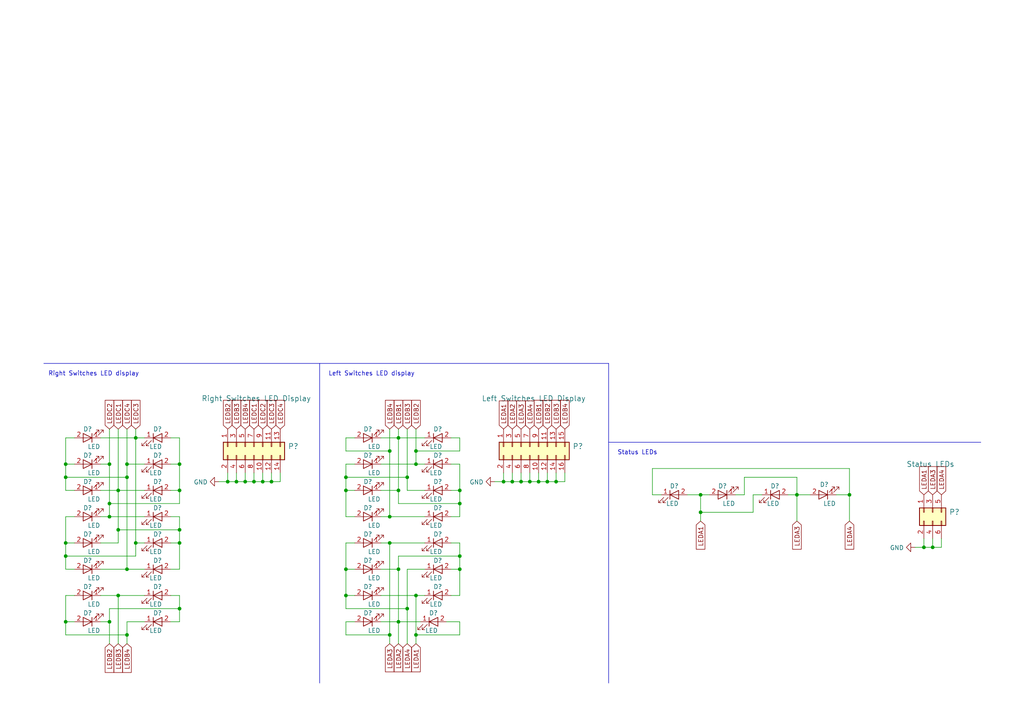
<source format=kicad_sch>
(kicad_sch (version 20230121) (generator eeschema)
  (paper "A4")
  (lib_symbols
    (symbol "conn:Conn_02x03_Odd_Even" (pin_names (offset 1.016) hide)
      (property "Reference" "J" (at 1.27 5.08 0))
      (property "Value" "conn_Conn_02x03_Odd_Even" (at 1.27 -5.08 0))
      (symbol "Conn_02x03_Odd_Even_1_1"
        (rectangle (start -1.27 -2.413) (end 0 -2.667) (stroke (width 0.1524)))
        (rectangle (start -1.27 0.127) (end 0 -0.127) (stroke (width 0.1524)))
        (rectangle (start -1.27 2.667) (end 0 2.413) (stroke (width 0.1524)))
        (rectangle (start -1.27 3.81) (end 3.81 -3.81) (stroke (width 0.254)) (fill (type background)))
        (rectangle (start 3.81 -2.413) (end 2.54 -2.667) (stroke (width 0.1524)))
        (rectangle (start 3.81 0.127) (end 2.54 -0.127) (stroke (width 0.1524)))
        (rectangle (start 3.81 2.667) (end 2.54 2.413) (stroke (width 0.1524)))
        (pin passive line (at -5.08 2.54 0) (length 3.81) (name "Pin_1") (number "1"))
        (pin passive line (at 7.62 2.54 180) (length 3.81) (name "Pin_2") (number "2"))
        (pin passive line (at -5.08 0 0) (length 3.81) (name "Pin_3") (number "3"))
        (pin passive line (at 7.62 0 180) (length 3.81) (name "Pin_4") (number "4"))
        (pin passive line (at -5.08 -2.54 0) (length 3.81) (name "Pin_5") (number "5"))
        (pin passive line (at 7.62 -2.54 180) (length 3.81) (name "Pin_6") (number "6"))
      )
    )
    (symbol "conn:Conn_02x07_Odd_Even" (pin_names (offset 1.016) hide)
      (property "Reference" "J" (at 1.27 10.16 0))
      (property "Value" "conn_Conn_02x07_Odd_Even" (at 1.27 -10.16 0))
      (symbol "Conn_02x07_Odd_Even_1_1"
        (rectangle (start -1.27 -7.493) (end 0 -7.747) (stroke (width 0.1524)))
        (rectangle (start -1.27 -4.953) (end 0 -5.207) (stroke (width 0.1524)))
        (rectangle (start -1.27 -2.413) (end 0 -2.667) (stroke (width 0.1524)))
        (rectangle (start -1.27 0.127) (end 0 -0.127) (stroke (width 0.1524)))
        (rectangle (start -1.27 2.667) (end 0 2.413) (stroke (width 0.1524)))
        (rectangle (start -1.27 5.207) (end 0 4.953) (stroke (width 0.1524)))
        (rectangle (start -1.27 7.747) (end 0 7.493) (stroke (width 0.1524)))
        (rectangle (start -1.27 8.89) (end 3.81 -8.89) (stroke (width 0.254)) (fill (type background)))
        (rectangle (start 3.81 -7.493) (end 2.54 -7.747) (stroke (width 0.1524)))
        (rectangle (start 3.81 -4.953) (end 2.54 -5.207) (stroke (width 0.1524)))
        (rectangle (start 3.81 -2.413) (end 2.54 -2.667) (stroke (width 0.1524)))
        (rectangle (start 3.81 0.127) (end 2.54 -0.127) (stroke (width 0.1524)))
        (rectangle (start 3.81 2.667) (end 2.54 2.413) (stroke (width 0.1524)))
        (rectangle (start 3.81 5.207) (end 2.54 4.953) (stroke (width 0.1524)))
        (rectangle (start 3.81 7.747) (end 2.54 7.493) (stroke (width 0.1524)))
        (pin passive line (at -5.08 7.62 0) (length 3.81) (name "Pin_1") (number "1"))
        (pin passive line (at 7.62 -2.54 180) (length 3.81) (name "Pin_10") (number "10"))
        (pin passive line (at -5.08 -5.08 0) (length 3.81) (name "Pin_11") (number "11"))
        (pin passive line (at 7.62 -5.08 180) (length 3.81) (name "Pin_12") (number "12"))
        (pin passive line (at -5.08 -7.62 0) (length 3.81) (name "Pin_13") (number "13"))
        (pin passive line (at 7.62 -7.62 180) (length 3.81) (name "Pin_14") (number "14"))
        (pin passive line (at 7.62 7.62 180) (length 3.81) (name "Pin_2") (number "2"))
        (pin passive line (at -5.08 5.08 0) (length 3.81) (name "Pin_3") (number "3"))
        (pin passive line (at 7.62 5.08 180) (length 3.81) (name "Pin_4") (number "4"))
        (pin passive line (at -5.08 2.54 0) (length 3.81) (name "Pin_5") (number "5"))
        (pin passive line (at 7.62 2.54 180) (length 3.81) (name "Pin_6") (number "6"))
        (pin passive line (at -5.08 0 0) (length 3.81) (name "Pin_7") (number "7"))
        (pin passive line (at 7.62 0 180) (length 3.81) (name "Pin_8") (number "8"))
        (pin passive line (at -5.08 -2.54 0) (length 3.81) (name "Pin_9") (number "9"))
      )
    )
    (symbol "conn:Conn_02x08_Odd_Even" (pin_names (offset 1.016) hide)
      (property "Reference" "J" (at 1.27 10.16 0))
      (property "Value" "conn_Conn_02x08_Odd_Even" (at 1.27 -12.7 0))
      (symbol "Conn_02x08_Odd_Even_1_1"
        (rectangle (start -1.27 -10.033) (end 0 -10.287) (stroke (width 0.1524)))
        (rectangle (start -1.27 -7.493) (end 0 -7.747) (stroke (width 0.1524)))
        (rectangle (start -1.27 -4.953) (end 0 -5.207) (stroke (width 0.1524)))
        (rectangle (start -1.27 -2.413) (end 0 -2.667) (stroke (width 0.1524)))
        (rectangle (start -1.27 0.127) (end 0 -0.127) (stroke (width 0.1524)))
        (rectangle (start -1.27 2.667) (end 0 2.413) (stroke (width 0.1524)))
        (rectangle (start -1.27 5.207) (end 0 4.953) (stroke (width 0.1524)))
        (rectangle (start -1.27 7.747) (end 0 7.493) (stroke (width 0.1524)))
        (rectangle (start -1.27 8.89) (end 3.81 -11.43) (stroke (width 0.254)) (fill (type background)))
        (rectangle (start 3.81 -10.033) (end 2.54 -10.287) (stroke (width 0.1524)))
        (rectangle (start 3.81 -7.493) (end 2.54 -7.747) (stroke (width 0.1524)))
        (rectangle (start 3.81 -4.953) (end 2.54 -5.207) (stroke (width 0.1524)))
        (rectangle (start 3.81 -2.413) (end 2.54 -2.667) (stroke (width 0.1524)))
        (rectangle (start 3.81 0.127) (end 2.54 -0.127) (stroke (width 0.1524)))
        (rectangle (start 3.81 2.667) (end 2.54 2.413) (stroke (width 0.1524)))
        (rectangle (start 3.81 5.207) (end 2.54 4.953) (stroke (width 0.1524)))
        (rectangle (start 3.81 7.747) (end 2.54 7.493) (stroke (width 0.1524)))
        (pin passive line (at -5.08 7.62 0) (length 3.81) (name "Pin_1") (number "1"))
        (pin passive line (at 7.62 -2.54 180) (length 3.81) (name "Pin_10") (number "10"))
        (pin passive line (at -5.08 -5.08 0) (length 3.81) (name "Pin_11") (number "11"))
        (pin passive line (at 7.62 -5.08 180) (length 3.81) (name "Pin_12") (number "12"))
        (pin passive line (at -5.08 -7.62 0) (length 3.81) (name "Pin_13") (number "13"))
        (pin passive line (at 7.62 -7.62 180) (length 3.81) (name "Pin_14") (number "14"))
        (pin passive line (at -5.08 -10.16 0) (length 3.81) (name "Pin_15") (number "15"))
        (pin passive line (at 7.62 -10.16 180) (length 3.81) (name "Pin_16") (number "16"))
        (pin passive line (at 7.62 7.62 180) (length 3.81) (name "Pin_2") (number "2"))
        (pin passive line (at -5.08 5.08 0) (length 3.81) (name "Pin_3") (number "3"))
        (pin passive line (at 7.62 5.08 180) (length 3.81) (name "Pin_4") (number "4"))
        (pin passive line (at -5.08 2.54 0) (length 3.81) (name "Pin_5") (number "5"))
        (pin passive line (at 7.62 2.54 180) (length 3.81) (name "Pin_6") (number "6"))
        (pin passive line (at -5.08 0 0) (length 3.81) (name "Pin_7") (number "7"))
        (pin passive line (at 7.62 0 180) (length 3.81) (name "Pin_8") (number "8"))
        (pin passive line (at -5.08 -2.54 0) (length 3.81) (name "Pin_9") (number "9"))
      )
    )
    (symbol "device:LED" (pin_names (offset 1.016) hide)
      (property "Reference" "D" (at 0 2.54 0))
      (property "Value" "device_LED" (at 0 -2.54 0))
      (symbol "LED_0_1"
        (polyline (pts (xy -1.27 -1.27) (xy -1.27 1.27)) (stroke (width 0.2032)))
        (polyline (pts (xy -1.27 0) (xy 1.27 0)))
        (polyline (pts (xy 1.27 -1.27) (xy 1.27 1.27) (xy -1.27 0) (xy 1.27 -1.27)) (stroke (width 0.2032)))
        (polyline (pts (xy -3.048 -0.762) (xy -4.572 -2.286) (xy -3.81 -2.286) (xy -4.572 -2.286) (xy -4.572 -1.524)))
        (polyline (pts (xy -1.778 -0.762) (xy -3.302 -2.286) (xy -2.54 -2.286) (xy -3.302 -2.286) (xy -3.302 -1.524)))
      )
      (symbol "LED_1_1"
        (pin passive line (at -3.81 0 0) (length 2.54) (name "K") (number "1"))
        (pin passive line (at 3.81 0 180) (length 2.54) (name "A") (number "2"))
      )
    )
    (symbol "power:GND" (power) (pin_names (offset 0))
      (property "Value" "power_GND" (at 0 -3.81 0))
      (symbol "GND_0_1"
        (polyline (pts (xy 0 0) (xy 0 -1.27) (xy 1.27 -1.27) (xy 0 -2.54) (xy -1.27 -1.27) (xy 0 -1.27)))
      )
      (symbol "GND_1_1"
        (pin power_in line (at 0 0 270) (length 0) hide (name "GND") (number "1"))
      )
    )
  )
  (junction (at 100.33 165.1))
  (junction (at 19.05 161.29))
  (junction (at 133.35 146.05))
  (junction (at 120.65 184.15))
  (junction (at 231.14 143.51))
  (junction (at 267.97 158.75))
  (junction (at 52.07 153.67))
  (junction (at 76.2 139.7))
  (junction (at 36.83 165.1))
  (junction (at 19.05 138.43))
  (junction (at 115.57 142.24))
  (junction (at 120.65 134.62))
  (junction (at 203.2 143.51))
  (junction (at 120.65 130.81))
  (junction (at 52.07 142.24))
  (junction (at 120.65 172.72))
  (junction (at 100.33 138.43))
  (junction (at 153.67 139.7))
  (junction (at 148.59 139.7))
  (junction (at 115.57 180.34))
  (junction (at 158.75 139.7))
  (junction (at 161.29 139.7))
  (junction (at 31.75 134.62))
  (junction (at 100.33 142.24))
  (junction (at 19.05 134.62))
  (junction (at 113.03 130.81))
  (junction (at 246.38 143.51))
  (junction (at 115.57 127))
  (junction (at 68.58 139.7))
  (junction (at 39.37 127))
  (junction (at 31.75 149.86))
  (junction (at 146.05 139.7))
  (junction (at 133.35 165.1))
  (junction (at 52.07 134.62))
  (junction (at 34.29 153.67))
  (junction (at 31.75 180.34))
  (junction (at 73.66 139.7))
  (junction (at 113.03 157.48))
  (junction (at 19.05 180.34))
  (junction (at 118.11 176.53))
  (junction (at 133.35 142.24))
  (junction (at 19.05 157.48))
  (junction (at 115.57 165.1))
  (junction (at 203.2 148.59))
  (junction (at 113.03 149.86))
  (junction (at 34.29 172.72))
  (junction (at 118.11 138.43))
  (junction (at 36.83 138.43))
  (junction (at 151.13 139.7))
  (junction (at 156.21 139.7))
  (junction (at 100.33 172.72))
  (junction (at 78.74 139.7))
  (junction (at 36.83 134.62))
  (junction (at 52.07 157.48))
  (junction (at 36.83 184.15))
  (junction (at 270.51 158.75))
  (junction (at 34.29 142.24))
  (junction (at 133.35 161.29))
  (junction (at 39.37 157.48))
  (junction (at 31.75 146.05))
  (junction (at 52.07 176.53))
  (junction (at 113.03 184.15))
  (junction (at 71.12 139.7))
  (junction (at 66.04 139.7))
  (wire (pts (xy 148.59 139.7) (xy 146.05 139.7)))
  (wire (pts (xy 100.33 134.62) (xy 100.33 138.43)))
  (wire (pts (xy 161.29 139.7) (xy 163.83 139.7)))
  (wire (pts (xy 49.53 149.86) (xy 52.07 149.86)))
  (wire (pts (xy 189.23 135.89) (xy 189.23 143.51)))
  (wire (pts (xy 31.75 134.62) (xy 29.21 134.62)))
  (wire (pts (xy 31.75 146.05) (xy 52.07 146.05)))
  (wire (pts (xy 34.29 142.24) (xy 41.91 142.24)))
  (wire (pts (xy 52.07 134.62) (xy 49.53 134.62)))
  (wire (pts (xy 31.75 176.53) (xy 31.75 180.34)))
  (wire (pts (xy 113.03 149.86) (xy 110.49 149.86)))
  (wire (pts (xy 163.83 139.7) (xy 163.83 137.16)))
  (wire (pts (xy 158.75 139.7) (xy 156.21 139.7)))
  (wire (pts (xy 203.2 143.51) (xy 205.74 143.51)))
  (wire (pts (xy 130.81 134.62) (xy 133.35 134.62)))
  (wire (pts (xy 52.07 172.72) (xy 52.07 176.53)))
  (wire (pts (xy 113.03 157.48) (xy 110.49 157.48)))
  (wire (pts (xy 218.44 143.51) (xy 218.44 148.59)))
  (wire (pts (xy 81.28 137.16) (xy 81.28 139.7)))
  (wire (pts (xy 273.05 158.75) (xy 270.51 158.75)))
  (wire (pts (xy 133.35 127) (xy 130.81 127)))
  (wire (pts (xy 270.51 158.75) (xy 270.51 156.21)))
  (wire (pts (xy 76.2 139.7) (xy 76.2 137.16)))
  (wire (pts (xy 36.83 165.1) (xy 41.91 165.1)))
  (wire (pts (xy 273.05 158.75) (xy 273.05 156.21)))
  (wire (pts (xy 113.03 184.15) (xy 100.33 184.15)))
  (wire (pts (xy 19.05 134.62) (xy 21.59 134.62)))
  (wire (pts (xy 100.33 176.53) (xy 100.33 172.72)))
  (wire (pts (xy 19.05 149.86) (xy 19.05 157.48)))
  (wire (pts (xy 36.83 124.46) (xy 36.83 134.62)))
  (wire (pts (xy 246.38 151.13) (xy 246.38 143.51)))
  (wire (pts (xy 110.49 180.34) (xy 115.57 180.34)))
  (wire (pts (xy 153.67 139.7) (xy 151.13 139.7)))
  (wire (pts (xy 19.05 127) (xy 19.05 134.62)))
  (wire (pts (xy 115.57 127) (xy 115.57 124.46)))
  (wire (pts (xy 267.97 158.75) (xy 265.43 158.75)))
  (wire (pts (xy 49.53 127) (xy 52.07 127)))
  (wire (pts (xy 39.37 157.48) (xy 41.91 157.48)))
  (wire (pts (xy 115.57 186.69) (xy 115.57 180.34)))
  (wire (pts (xy 71.12 139.7) (xy 68.58 139.7)))
  (wire (pts (xy 156.21 139.7) (xy 153.67 139.7)))
  (wire (pts (xy 19.05 157.48) (xy 21.59 157.48)))
  (wire (pts (xy 34.29 172.72) (xy 29.21 172.72)))
  (wire (pts (xy 31.75 149.86) (xy 31.75 146.05)))
  (wire (pts (xy 52.07 149.86) (xy 52.07 153.67)))
  (wire (pts (xy 31.75 149.86) (xy 41.91 149.86)))
  (wire (pts (xy 66.04 139.7) (xy 66.04 137.16)))
  (wire (pts (xy 31.75 146.05) (xy 31.75 134.62)))
  (wire (pts (xy 21.59 172.72) (xy 19.05 172.72)))
  (wire (pts (xy 110.49 134.62) (xy 120.65 134.62)))
  (wire (pts (xy 52.07 127) (xy 52.07 134.62)))
  (wire (pts (xy 31.75 124.46) (xy 31.75 134.62)))
  (wire (pts (xy 199.39 143.51) (xy 203.2 143.51)))
  (wire (pts (xy 120.65 130.81) (xy 133.35 130.81)))
  (wire (pts (xy 34.29 153.67) (xy 34.29 142.24)))
  (wire (pts (xy 39.37 157.48) (xy 39.37 127)))
  (wire (pts (xy 52.07 165.1) (xy 49.53 165.1)))
  (wire (pts (xy 220.98 143.51) (xy 218.44 143.51)))
  (wire (pts (xy 110.49 142.24) (xy 115.57 142.24)))
  (wire (pts (xy 100.33 165.1) (xy 102.87 165.1)))
  (wire (pts (xy 118.11 165.1) (xy 123.19 165.1)))
  (wire (pts (xy 34.29 153.67) (xy 34.29 157.48)))
  (wire (pts (xy 68.58 139.7) (xy 68.58 137.16)))
  (wire (pts (xy 133.35 130.81) (xy 133.35 127)))
  (wire (pts (xy 113.03 149.86) (xy 123.19 149.86)))
  (wire (pts (xy 39.37 124.46) (xy 39.37 127)))
  (wire (pts (xy 34.29 172.72) (xy 34.29 186.69)))
  (wire (pts (xy 71.12 139.7) (xy 71.12 137.16)))
  (wire (pts (xy 52.07 153.67) (xy 52.07 157.48)))
  (wire (pts (xy 36.83 138.43) (xy 36.83 134.62)))
  (wire (pts (xy 100.33 165.1) (xy 100.33 172.72)))
  (wire (pts (xy 52.07 180.34) (xy 49.53 180.34)))
  (wire (pts (xy 213.36 143.51) (xy 215.9 143.51)))
  (wire (pts (xy 120.65 134.62) (xy 123.19 134.62)))
  (wire (pts (xy 133.35 184.15) (xy 120.65 184.15)))
  (wire (pts (xy 231.14 138.43) (xy 231.14 143.51)))
  (wire (pts (xy 31.75 180.34) (xy 31.75 186.69)))
  (wire (pts (xy 102.87 180.34) (xy 100.33 180.34)))
  (wire (pts (xy 81.28 139.7) (xy 78.74 139.7)))
  (wire (pts (xy 133.35 180.34) (xy 133.35 184.15)))
  (wire (pts (xy 129.54 180.34) (xy 133.35 180.34)))
  (wire (pts (xy 31.75 176.53) (xy 52.07 176.53)))
  (wire (pts (xy 115.57 165.1) (xy 110.49 165.1)))
  (wire (pts (xy 19.05 157.48) (xy 19.05 161.29)))
  (wire (pts (xy 120.65 184.15) (xy 120.65 186.69)))
  (wire (pts (xy 49.53 172.72) (xy 52.07 172.72)))
  (wire (pts (xy 120.65 172.72) (xy 120.65 184.15)))
  (polyline (pts (xy 284.48 128.27) (xy 176.53 128.27)))
  (wire (pts (xy 133.35 165.1) (xy 130.81 165.1)))
  (wire (pts (xy 31.75 180.34) (xy 29.21 180.34)))
  (wire (pts (xy 100.33 157.48) (xy 100.33 165.1)))
  (wire (pts (xy 153.67 139.7) (xy 153.67 137.16)))
  (wire (pts (xy 113.03 130.81) (xy 100.33 130.81)))
  (wire (pts (xy 36.83 184.15) (xy 36.83 186.69)))
  (wire (pts (xy 100.33 142.24) (xy 102.87 142.24)))
  (wire (pts (xy 41.91 127) (xy 39.37 127)))
  (wire (pts (xy 100.33 142.24) (xy 100.33 149.86)))
  (wire (pts (xy 215.9 138.43) (xy 231.14 138.43)))
  (wire (pts (xy 52.07 157.48) (xy 52.07 165.1)))
  (wire (pts (xy 118.11 138.43) (xy 100.33 138.43)))
  (wire (pts (xy 36.83 165.1) (xy 36.83 138.43)))
  (wire (pts (xy 36.83 184.15) (xy 19.05 184.15)))
  (wire (pts (xy 19.05 134.62) (xy 19.05 138.43)))
  (wire (pts (xy 118.11 124.46) (xy 118.11 138.43)))
  (wire (pts (xy 100.33 130.81) (xy 100.33 127)))
  (polyline (pts (xy 92.71 105.41) (xy 92.71 198.12)))
  (wire (pts (xy 36.83 165.1) (xy 29.21 165.1)))
  (wire (pts (xy 36.83 180.34) (xy 41.91 180.34)))
  (wire (pts (xy 39.37 161.29) (xy 19.05 161.29)))
  (wire (pts (xy 203.2 151.13) (xy 203.2 148.59)))
  (wire (pts (xy 115.57 127) (xy 110.49 127)))
  (wire (pts (xy 19.05 138.43) (xy 19.05 142.24)))
  (wire (pts (xy 39.37 161.29) (xy 39.37 157.48)))
  (wire (pts (xy 246.38 135.89) (xy 189.23 135.89)))
  (wire (pts (xy 78.74 139.7) (xy 78.74 137.16)))
  (wire (pts (xy 120.65 124.46) (xy 120.65 130.81)))
  (wire (pts (xy 73.66 139.7) (xy 73.66 137.16)))
  (wire (pts (xy 100.33 172.72) (xy 102.87 172.72)))
  (wire (pts (xy 118.11 176.53) (xy 118.11 165.1)))
  (wire (pts (xy 19.05 142.24) (xy 21.59 142.24)))
  (wire (pts (xy 118.11 138.43) (xy 118.11 142.24)))
  (wire (pts (xy 68.58 139.7) (xy 66.04 139.7)))
  (wire (pts (xy 115.57 127) (xy 123.19 127)))
  (wire (pts (xy 146.05 139.7) (xy 143.51 139.7)))
  (wire (pts (xy 52.07 142.24) (xy 49.53 142.24)))
  (wire (pts (xy 21.59 127) (xy 19.05 127)))
  (wire (pts (xy 19.05 180.34) (xy 19.05 184.15)))
  (wire (pts (xy 242.57 143.51) (xy 246.38 143.51)))
  (wire (pts (xy 151.13 139.7) (xy 148.59 139.7)))
  (wire (pts (xy 246.38 143.51) (xy 246.38 135.89)))
  (wire (pts (xy 52.07 180.34) (xy 52.07 176.53)))
  (polyline (pts (xy 176.53 198.12) (xy 176.53 105.41)))
  (wire (pts (xy 148.59 139.7) (xy 148.59 137.16)))
  (wire (pts (xy 115.57 180.34) (xy 121.92 180.34)))
  (wire (pts (xy 215.9 143.51) (xy 215.9 138.43)))
  (wire (pts (xy 115.57 180.34) (xy 115.57 165.1)))
  (wire (pts (xy 161.29 137.16) (xy 161.29 139.7)))
  (wire (pts (xy 100.33 149.86) (xy 102.87 149.86)))
  (wire (pts (xy 120.65 172.72) (xy 110.49 172.72)))
  (wire (pts (xy 146.05 139.7) (xy 146.05 137.16)))
  (wire (pts (xy 133.35 149.86) (xy 130.81 149.86)))
  (wire (pts (xy 270.51 158.75) (xy 267.97 158.75)))
  (wire (pts (xy 36.83 134.62) (xy 41.91 134.62)))
  (wire (pts (xy 133.35 142.24) (xy 133.35 146.05)))
  (wire (pts (xy 66.04 139.7) (xy 63.5 139.7)))
  (wire (pts (xy 29.21 157.48) (xy 34.29 157.48)))
  (wire (pts (xy 267.97 158.75) (xy 267.97 156.21)))
  (wire (pts (xy 158.75 139.7) (xy 158.75 137.16)))
  (wire (pts (xy 52.07 146.05) (xy 52.07 142.24)))
  (wire (pts (xy 102.87 157.48) (xy 100.33 157.48)))
  (wire (pts (xy 113.03 186.69) (xy 113.03 184.15)))
  (wire (pts (xy 231.14 151.13) (xy 231.14 143.51)))
  (wire (pts (xy 78.74 139.7) (xy 76.2 139.7)))
  (wire (pts (xy 203.2 148.59) (xy 203.2 143.51)))
  (wire (pts (xy 19.05 161.29) (xy 19.05 165.1)))
  (wire (pts (xy 156.21 139.7) (xy 156.21 137.16)))
  (wire (pts (xy 130.81 157.48) (xy 133.35 157.48)))
  (wire (pts (xy 123.19 157.48) (xy 113.03 157.48)))
  (wire (pts (xy 120.65 134.62) (xy 120.65 130.81)))
  (wire (pts (xy 115.57 161.29) (xy 133.35 161.29)))
  (wire (pts (xy 115.57 161.29) (xy 115.57 165.1)))
  (wire (pts (xy 73.66 139.7) (xy 71.12 139.7)))
  (wire (pts (xy 133.35 157.48) (xy 133.35 161.29)))
  (wire (pts (xy 19.05 165.1) (xy 21.59 165.1)))
  (wire (pts (xy 39.37 127) (xy 29.21 127)))
  (wire (pts (xy 100.33 180.34) (xy 100.33 184.15)))
  (wire (pts (xy 21.59 149.86) (xy 19.05 149.86)))
  (wire (pts (xy 118.11 142.24) (xy 123.19 142.24)))
  (wire (pts (xy 113.03 157.48) (xy 113.03 184.15)))
  (wire (pts (xy 41.91 172.72) (xy 34.29 172.72)))
  (wire (pts (xy 76.2 139.7) (xy 73.66 139.7)))
  (wire (pts (xy 120.65 172.72) (xy 123.19 172.72)))
  (polyline (pts (xy 12.7 105.41) (xy 176.53 105.41)))
  (wire (pts (xy 115.57 142.24) (xy 115.57 127)))
  (wire (pts (xy 118.11 176.53) (xy 118.11 186.69)))
  (wire (pts (xy 113.03 124.46) (xy 113.03 130.81)))
  (wire (pts (xy 189.23 143.51) (xy 191.77 143.51)))
  (wire (pts (xy 133.35 165.1) (xy 133.35 172.72)))
  (wire (pts (xy 52.07 157.48) (xy 49.53 157.48)))
  (wire (pts (xy 151.13 139.7) (xy 151.13 137.16)))
  (wire (pts (xy 218.44 148.59) (xy 203.2 148.59)))
  (wire (pts (xy 133.35 142.24) (xy 130.81 142.24)))
  (wire (pts (xy 100.33 138.43) (xy 100.33 142.24)))
  (wire (pts (xy 52.07 134.62) (xy 52.07 142.24)))
  (wire (pts (xy 133.35 149.86) (xy 133.35 146.05)))
  (wire (pts (xy 133.35 134.62) (xy 133.35 142.24)))
  (wire (pts (xy 133.35 146.05) (xy 115.57 146.05)))
  (wire (pts (xy 34.29 142.24) (xy 34.29 124.46)))
  (wire (pts (xy 29.21 149.86) (xy 31.75 149.86)))
  (wire (pts (xy 102.87 134.62) (xy 100.33 134.62)))
  (wire (pts (xy 100.33 127) (xy 102.87 127)))
  (wire (pts (xy 231.14 143.51) (xy 234.95 143.51)))
  (wire (pts (xy 118.11 176.53) (xy 100.33 176.53)))
  (wire (pts (xy 34.29 142.24) (xy 29.21 142.24)))
  (wire (pts (xy 133.35 161.29) (xy 133.35 165.1)))
  (wire (pts (xy 161.29 139.7) (xy 158.75 139.7)))
  (wire (pts (xy 113.03 149.86) (xy 113.03 130.81)))
  (wire (pts (xy 36.83 184.15) (xy 36.83 180.34)))
  (wire (pts (xy 19.05 172.72) (xy 19.05 180.34)))
  (wire (pts (xy 133.35 172.72) (xy 130.81 172.72)))
  (wire (pts (xy 228.6 143.51) (xy 231.14 143.51)))
  (wire (pts (xy 52.07 153.67) (xy 34.29 153.67)))
  (wire (pts (xy 36.83 138.43) (xy 19.05 138.43)))
  (wire (pts (xy 115.57 146.05) (xy 115.57 142.24)))
  (wire (pts (xy 19.05 180.34) (xy 21.59 180.34)))
  (text "Right Switches LED display" (at 13.97 109.22 0) (effects (font (size 1.27 1.27)) (justify left bottom)))
  (text "Status LEDs" (at 179.07 132.08 0) (effects (font (size 1.27 1.27)) (justify left bottom)))
  (text "Left Switches LED display" (at 95.25 109.22 0) (effects (font (size 1.27 1.27)) (justify left bottom)))
  (global_label "LEDB4" (shape input) (at 113.03 124.46 90) (property "Intersheetrefs" "${INTERSHEET_REFS}" (effects hide)))
  (global_label "LEDC3" (shape input) (at 78.74 124.46 90) (property "Intersheetrefs" "${INTERSHEET_REFS}" (effects hide)))
  (global_label "LEDB2" (shape input) (at 120.65 124.46 90) (property "Intersheetrefs" "${INTERSHEET_REFS}" (effects hide)))
  (global_label "LEDB3" (shape input) (at 68.58 124.46 90) (property "Intersheetrefs" "${INTERSHEET_REFS}" (effects hide)))
  (global_label "LEDC3" (shape input) (at 39.37 124.46 90) (property "Intersheetrefs" "${INTERSHEET_REFS}" (effects hide)))
  (global_label "LEDA4" (shape input) (at 153.67 124.46 90) (property "Intersheetrefs" "${INTERSHEET_REFS}" (effects hide)))
  (global_label "LEDA4" (shape input) (at 273.05 143.51 90) (property "Intersheetrefs" "${INTERSHEET_REFS}" (effects hide)))
  (global_label "LEDB3" (shape input) (at 34.29 186.69 270) (property "Intersheetrefs" "${INTERSHEET_REFS}" (effects hide)))
  (global_label "LEDA3" (shape input) (at 113.03 186.69 270) (property "Intersheetrefs" "${INTERSHEET_REFS}" (effects hide)))
  (global_label "LEDA1" (shape input) (at 146.05 124.46 90) (property "Intersheetrefs" "${INTERSHEET_REFS}" (effects hide)))
  (global_label "LEDA2" (shape input) (at 148.59 124.46 90) (property "Intersheetrefs" "${INTERSHEET_REFS}" (effects hide)))
  (global_label "LEDB1" (shape input) (at 115.57 124.46 90) (property "Intersheetrefs" "${INTERSHEET_REFS}" (effects hide)))
  (global_label "LEDA3" (shape input) (at 231.14 151.13 270) (property "Intersheetrefs" "${INTERSHEET_REFS}" (effects hide)))
  (global_label "LEDB3" (shape input) (at 161.29 124.46 90) (property "Intersheetrefs" "${INTERSHEET_REFS}" (effects hide)))
  (global_label "LEDA3" (shape input) (at 151.13 124.46 90) (property "Intersheetrefs" "${INTERSHEET_REFS}" (effects hide)))
  (global_label "LEDB4" (shape input) (at 163.83 124.46 90) (property "Intersheetrefs" "${INTERSHEET_REFS}" (effects hide)))
  (global_label "LEDB2" (shape input) (at 66.04 124.46 90) (property "Intersheetrefs" "${INTERSHEET_REFS}" (effects hide)))
  (global_label "LEDB2" (shape input) (at 31.75 186.69 270) (property "Intersheetrefs" "${INTERSHEET_REFS}" (effects hide)))
  (global_label "LEDC2" (shape input) (at 76.2 124.46 90) (property "Intersheetrefs" "${INTERSHEET_REFS}" (effects hide)))
  (global_label "LEDB3" (shape input) (at 118.11 124.46 90) (property "Intersheetrefs" "${INTERSHEET_REFS}" (effects hide)))
  (global_label "LEDA2" (shape input) (at 115.57 186.69 270) (property "Intersheetrefs" "${INTERSHEET_REFS}" (effects hide)))
  (global_label "LEDA4" (shape input) (at 118.11 186.69 270) (property "Intersheetrefs" "${INTERSHEET_REFS}" (effects hide)))
  (global_label "LEDB2" (shape input) (at 158.75 124.46 90) (property "Intersheetrefs" "${INTERSHEET_REFS}" (effects hide)))
  (global_label "LEDB1" (shape input) (at 156.21 124.46 90) (property "Intersheetrefs" "${INTERSHEET_REFS}" (effects hide)))
  (global_label "LEDC4" (shape input) (at 36.83 124.46 90) (property "Intersheetrefs" "${INTERSHEET_REFS}" (effects hide)))
  (global_label "LEDC4" (shape input) (at 81.28 124.46 90) (property "Intersheetrefs" "${INTERSHEET_REFS}" (effects hide)))
  (global_label "LEDB4" (shape input) (at 71.12 124.46 90) (property "Intersheetrefs" "${INTERSHEET_REFS}" (effects hide)))
  (global_label "LEDA3" (shape input) (at 270.51 143.51 90) (property "Intersheetrefs" "${INTERSHEET_REFS}" (effects hide)))
  (global_label "LEDC1" (shape input) (at 73.66 124.46 90) (property "Intersheetrefs" "${INTERSHEET_REFS}" (effects hide)))
  (global_label "LEDC1" (shape input) (at 34.29 124.46 90) (property "Intersheetrefs" "${INTERSHEET_REFS}" (effects hide)))
  (global_label "LEDA1" (shape input) (at 203.2 151.13 270) (property "Intersheetrefs" "${INTERSHEET_REFS}" (effects hide)))
  (global_label "LEDC2" (shape input) (at 31.75 124.46 90) (property "Intersheetrefs" "${INTERSHEET_REFS}" (effects hide)))
  (global_label "LEDA4" (shape input) (at 246.38 151.13 270) (property "Intersheetrefs" "${INTERSHEET_REFS}" (effects hide)))
  (global_label "LEDA1" (shape input) (at 120.65 186.69 270) (property "Intersheetrefs" "${INTERSHEET_REFS}" (effects hide)))
  (global_label "LEDA1" (shape input) (at 267.97 143.51 90) (property "Intersheetrefs" "${INTERSHEET_REFS}" (effects hide)))
  (global_label "LEDB4" (shape input) (at 36.83 186.69 270) (property "Intersheetrefs" "${INTERSHEET_REFS}" (effects hide)))
  (symbol (lib_id "device:LED") (at 195.58 143.51 0) (unit 1)
    (property "Reference" "D?" (at 196.85 140.97 0) (effects (justify right)))
    (property "Value" "LED" (at 196.85 146.05 0) (effects (justify right)))
  )
  (symbol (lib_id "device:LED") (at 209.55 143.51 180) (unit 1)
    (property "Reference" "D?" (at 208.28 140.97 0) (effects (justify right)))
    (property "Value" "LED" (at 209.55 146.05 0) (effects (justify right)))
  )
  (symbol (lib_id "device:LED") (at 224.79 143.51 0) (unit 1)
    (property "Reference" "D?" (at 226.06 140.97 0) (effects (justify right)))
    (property "Value" "LED" (at 226.06 146.05 0) (effects (justify right)))
  )
  (symbol (lib_id "device:LED") (at 238.76 143.51 180) (unit 1)
    (property "Reference" "D?" (at 237.7694 140.5382 0) (effects (justify right)))
    (property "Value" "LED" (at 238.76 146.05 0) (effects (justify right)))
  )
  (symbol (lib_id "device:LED") (at 106.68 127 180) (unit 1)
    (property "Reference" "D?" (at 105.41 124.46 0) (effects (justify right)))
    (property "Value" "LED" (at 106.68 129.54 0) (effects (justify right)))
  )
  (symbol (lib_id "device:LED") (at 106.68 134.62 180) (unit 1)
    (property "Reference" "D?" (at 105.41 132.08 0) (effects (justify right)))
    (property "Value" "LED" (at 106.68 137.16 0) (effects (justify right)))
  )
  (symbol (lib_id "device:LED") (at 106.68 142.24 180) (unit 1)
    (property "Reference" "D?" (at 105.41 139.7 0) (effects (justify right)))
    (property "Value" "LED" (at 106.68 144.78 0) (effects (justify right)))
  )
  (symbol (lib_id "device:LED") (at 106.68 149.86 180) (unit 1)
    (property "Reference" "D?" (at 105.41 147.32 0) (effects (justify right)))
    (property "Value" "LED" (at 106.68 152.4 0) (effects (justify right)))
  )
  (symbol (lib_id "device:LED") (at 106.68 157.48 180) (unit 1)
    (property "Reference" "D?" (at 105.41 154.94 0) (effects (justify right)))
    (property "Value" "LED" (at 106.68 160.02 0) (effects (justify right)))
  )
  (symbol (lib_id "device:LED") (at 106.68 165.1 180) (unit 1)
    (property "Reference" "D?" (at 105.41 162.56 0) (effects (justify right)))
    (property "Value" "LED" (at 106.68 167.64 0) (effects (justify right)))
  )
  (symbol (lib_id "device:LED") (at 106.68 172.72 180) (unit 1)
    (property "Reference" "D?" (at 105.41 170.18 0) (effects (justify right)))
    (property "Value" "LED" (at 106.68 175.26 0) (effects (justify right)))
  )
  (symbol (lib_id "device:LED") (at 106.68 180.34 180) (unit 1)
    (property "Reference" "D?" (at 105.41 177.8 0) (effects (justify right)))
    (property "Value" "LED" (at 106.68 182.88 0) (effects (justify right)))
  )
  (symbol (lib_id "device:LED") (at 25.4 172.72 180) (unit 1)
    (property "Reference" "D?" (at 24.13 170.18 0) (effects (justify right)))
    (property "Value" "LED" (at 25.4 175.26 0) (effects (justify right)))
  )
  (symbol (lib_id "device:LED") (at 25.4 180.34 180) (unit 1)
    (property "Reference" "D?" (at 24.13 177.8 0) (effects (justify right)))
    (property "Value" "LED" (at 25.4 182.88 0) (effects (justify right)))
  )
  (symbol (lib_id "device:LED") (at 25.4 127 180) (unit 1)
    (property "Reference" "D?" (at 24.13 124.46 0) (effects (justify right)))
    (property "Value" "LED" (at 25.4 129.54 0) (effects (justify right)))
  )
  (symbol (lib_id "device:LED") (at 25.4 134.62 180) (unit 1)
    (property "Reference" "D?" (at 24.13 132.08 0) (effects (justify right)))
    (property "Value" "LED" (at 25.4 137.16 0) (effects (justify right)))
  )
  (symbol (lib_id "device:LED") (at 25.4 142.24 180) (unit 1)
    (property "Reference" "D?" (at 24.13 139.7 0) (effects (justify right)))
    (property "Value" "LED" (at 25.4 144.78 0) (effects (justify right)))
  )
  (symbol (lib_id "device:LED") (at 25.4 149.86 180) (unit 1)
    (property "Reference" "D?" (at 24.13 147.32 0) (effects (justify right)))
    (property "Value" "LED" (at 25.4 152.4 0) (effects (justify right)))
  )
  (symbol (lib_id "device:LED") (at 25.4 157.48 180) (unit 1)
    (property "Reference" "D?" (at 24.13 154.94 0) (effects (justify right)))
    (property "Value" "LED" (at 25.4 160.02 0) (effects (justify right)))
  )
  (symbol (lib_id "device:LED") (at 25.4 165.1 180) (unit 1)
    (property "Reference" "D?" (at 24.13 162.56 0) (effects (justify right)))
    (property "Value" "LED" (at 25.4 167.64 0) (effects (justify right)))
  )
  (symbol (lib_id "device:LED") (at 127 127 0) (unit 1)
    (property "Reference" "D?" (at 128.27 124.46 0) (effects (justify right)))
    (property "Value" "LED" (at 128.27 129.54 0) (effects (justify right)))
  )
  (symbol (lib_id "device:LED") (at 127 134.62 0) (unit 1)
    (property "Reference" "D?" (at 128.27 132.08 0) (effects (justify right)))
    (property "Value" "LED" (at 128.27 137.16 0) (effects (justify right)))
  )
  (symbol (lib_id "device:LED") (at 127 142.24 0) (unit 1)
    (property "Reference" "D?" (at 128.27 139.7 0) (effects (justify right)))
    (property "Value" "LED" (at 128.27 144.78 0) (effects (justify right)))
  )
  (symbol (lib_id "device:LED") (at 127 149.86 0) (unit 1)
    (property "Reference" "D?" (at 128.27 147.32 0) (effects (justify right)))
    (property "Value" "LED" (at 128.27 152.4 0) (effects (justify right)))
  )
  (symbol (lib_id "device:LED") (at 127 157.48 0) (unit 1)
    (property "Reference" "D?" (at 128.27 154.94 0) (effects (justify right)))
    (property "Value" "LED" (at 128.27 160.02 0) (effects (justify right)))
  )
  (symbol (lib_id "device:LED") (at 127 165.1 0) (unit 1)
    (property "Reference" "D?" (at 128.27 162.56 0) (effects (justify right)))
    (property "Value" "LED" (at 128.27 167.64 0) (effects (justify right)))
  )
  (symbol (lib_id "device:LED") (at 127 172.72 0) (unit 1)
    (property "Reference" "D?" (at 128.27 170.18 0) (effects (justify right)))
    (property "Value" "LED" (at 128.27 175.26 0) (effects (justify right)))
  )
  (symbol (lib_id "device:LED") (at 125.73 180.34 0) (unit 1)
    (property "Reference" "D?" (at 127 177.8 0) (effects (justify right)))
    (property "Value" "LED" (at 127 182.88 0) (effects (justify right)))
  )
  (symbol (lib_id "device:LED") (at 45.72 172.72 0) (unit 1)
    (property "Reference" "D?" (at 46.99 170.18 0) (effects (justify right)))
    (property "Value" "LED" (at 46.99 175.26 0) (effects (justify right)))
  )
  (symbol (lib_id "device:LED") (at 45.72 180.34 0) (unit 1)
    (property "Reference" "D?" (at 46.99 177.8 0) (effects (justify right)))
    (property "Value" "LED" (at 46.99 182.88 0) (effects (justify right)))
  )
  (symbol (lib_id "device:LED") (at 45.72 127 0) (unit 1)
    (property "Reference" "D?" (at 46.99 124.46 0) (effects (justify right)))
    (property "Value" "LED" (at 46.99 129.54 0) (effects (justify right)))
  )
  (symbol (lib_id "device:LED") (at 45.72 134.62 0) (unit 1)
    (property "Reference" "D?" (at 46.99 132.08 0) (effects (justify right)))
    (property "Value" "LED" (at 46.99 137.16 0) (effects (justify right)))
  )
  (symbol (lib_id "device:LED") (at 45.72 142.24 0) (unit 1)
    (property "Reference" "D?" (at 46.99 139.7 0) (effects (justify right)))
    (property "Value" "LED" (at 46.99 144.78 0) (effects (justify right)))
  )
  (symbol (lib_id "device:LED") (at 45.72 149.86 0) (unit 1)
    (property "Reference" "D?" (at 46.99 147.32 0) (effects (justify right)))
    (property "Value" "LED" (at 46.99 152.4 0) (effects (justify right)))
  )
  (symbol (lib_id "device:LED") (at 45.72 157.48 0) (unit 1)
    (property "Reference" "D?" (at 46.99 154.94 0) (effects (justify right)))
    (property "Value" "LED" (at 46.99 160.02 0) (effects (justify right)))
  )
  (symbol (lib_id "device:LED") (at 45.72 165.1 0) (unit 1)
    (property "Reference" "D?" (at 46.99 162.56 0) (effects (justify right)))
    (property "Value" "LED" (at 46.99 167.64 0) (effects (justify right)))
  )
  (symbol (lib_id "conn:Conn_02x07_Odd_Even") (at 73.66 129.54 90) (mirror x) (unit 1)
    (property "Reference" "P?" (at 83.5152 129.4638 90) (effects (font (size 1.524 1.524)) (justify right)))
    (property "Value" "Right Switches LED Display" (at 58.42 115.57 90) (effects (font (size 1.524 1.524)) (justify right)))
  )
  (symbol (lib_id "power:GND") (at 63.5 139.7 270) (unit 1)
    (property "Reference" "#PWR?" (effects hide))
    (property "Value" "GND" (at 60.2488 139.827 90) (effects (justify right)))
  )
  (symbol (lib_id "conn:Conn_02x08_Odd_Even") (at 153.67 129.54 90) (mirror x) (unit 1)
    (property "Reference" "P?" (at 166.0652 129.4638 90) (effects (font (size 1.524 1.524)) (justify right)))
    (property "Value" "Left Switches LED Display" (at 139.7 115.57 90) (effects (font (size 1.524 1.524)) (justify right)))
  )
  (symbol (lib_id "power:GND") (at 143.51 139.7 270) (unit 1)
    (property "Reference" "#PWR?" (effects hide))
    (property "Value" "GND" (at 140.2588 139.827 90) (effects (justify right)))
  )
  (symbol (lib_id "conn:Conn_02x03_Odd_Even") (at 270.51 148.59 90) (mirror x) (unit 1)
    (property "Reference" "P?" (at 275.2852 148.5138 90) (effects (font (size 1.524 1.524)) (justify right)))
    (property "Value" "Status LEDs" (at 262.89 134.62 90) (effects (font (size 1.524 1.524)) (justify right)))
  )
  (symbol (lib_id "power:GND") (at 265.43 158.75 270) (unit 1)
    (property "Reference" "#PWR?" (effects hide))
    (property "Value" "GND" (at 262.1788 158.877 90) (effects (justify right)))
  )
)
</source>
